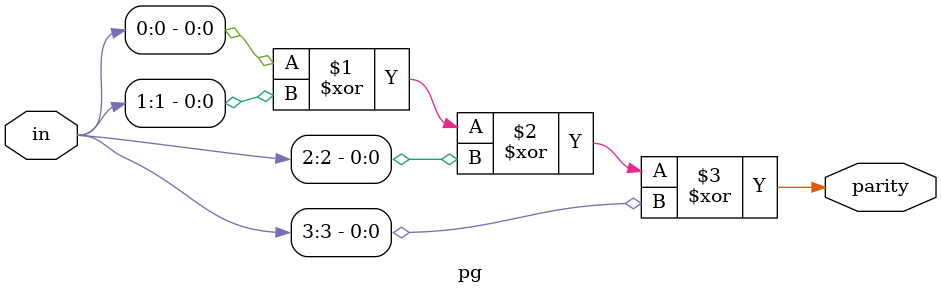
<source format=v>
module pg(input [3:0]in, output parity);
  assign parity = in[0] ^ in[1] ^ in[2] ^ in[3];
endmodule

</source>
